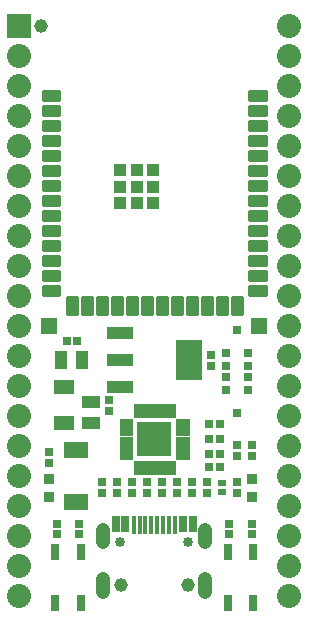
<source format=gts>
G75*
%MOIN*%
%OFA0B0*%
%FSLAX25Y25*%
%IPPOS*%
%LPD*%
%AMOC8*
5,1,8,0,0,1.08239X$1,22.5*
%
%ADD10R,0.08000X0.08000*%
%ADD11C,0.08000*%
%ADD12R,0.02962X0.05718*%
%ADD13R,0.01781X0.06309*%
%ADD14C,0.04734*%
%ADD15C,0.03356*%
%ADD16R,0.03159X0.05324*%
%ADD17R,0.09065X0.04340*%
%ADD18R,0.09065X0.13395*%
%ADD19R,0.03041X0.03041*%
%ADD20R,0.08080X0.05324*%
%ADD21R,0.06112X0.04143*%
%ADD22R,0.04143X0.06112*%
%ADD23R,0.03750X0.03750*%
%ADD24R,0.02569X0.02175*%
%ADD25R,0.02569X0.02962*%
%ADD26C,0.04537*%
%ADD27C,0.00912*%
%ADD28R,0.04143X0.04143*%
%ADD29R,0.05324X0.05324*%
%ADD30C,0.00122*%
%ADD31R,0.11624X0.11624*%
%ADD32R,0.06899X0.04537*%
D10*
X0009300Y0200050D03*
D11*
X0009300Y0010050D03*
X0009300Y0020050D03*
X0009300Y0030050D03*
X0009300Y0040050D03*
X0009300Y0050050D03*
X0009300Y0060050D03*
X0009300Y0070050D03*
X0009300Y0080050D03*
X0009300Y0090050D03*
X0009300Y0100050D03*
X0009300Y0110050D03*
X0009300Y0120050D03*
X0009300Y0130050D03*
X0009300Y0140050D03*
X0009300Y0150050D03*
X0009300Y0160050D03*
X0009300Y0170050D03*
X0009300Y0180050D03*
X0009300Y0190050D03*
X0099300Y0190050D03*
X0099300Y0180050D03*
X0099300Y0170050D03*
X0099300Y0160050D03*
X0099300Y0150050D03*
X0099300Y0140050D03*
X0099300Y0130050D03*
X0099300Y0120050D03*
X0099300Y0110050D03*
X0099300Y0100050D03*
X0099300Y0090050D03*
X0099300Y0080050D03*
X0099300Y0070050D03*
X0099300Y0060050D03*
X0099300Y0050050D03*
X0099300Y0040050D03*
X0099300Y0030050D03*
X0099300Y0020050D03*
X0099300Y0010050D03*
X0099300Y0200050D03*
D12*
X0067095Y0034066D03*
X0063946Y0034066D03*
X0044654Y0034066D03*
X0041505Y0034066D03*
D13*
X0047410Y0033770D03*
X0049379Y0033770D03*
X0051347Y0033770D03*
X0053316Y0033770D03*
X0055284Y0033770D03*
X0057253Y0033770D03*
X0059221Y0033770D03*
X0061190Y0033770D03*
D14*
X0071308Y0032235D02*
X0071308Y0028101D01*
X0071308Y0015778D02*
X0071308Y0011644D01*
X0037292Y0011644D02*
X0037292Y0015778D01*
X0037292Y0028101D02*
X0037292Y0032235D01*
D15*
X0042922Y0028081D03*
X0065678Y0028081D03*
D16*
X0078818Y0024765D03*
X0087282Y0024765D03*
X0087282Y0007835D03*
X0078818Y0007835D03*
X0029782Y0007835D03*
X0021318Y0007835D03*
X0021318Y0024765D03*
X0029782Y0024765D03*
D17*
X0042883Y0079745D03*
X0042883Y0088800D03*
X0042883Y0097855D03*
D18*
X0065717Y0088800D03*
D19*
X0073050Y0087028D03*
X0073050Y0090572D03*
X0078050Y0086822D03*
X0078050Y0083278D03*
X0085550Y0083278D03*
X0085550Y0086822D03*
X0076072Y0067550D03*
X0076072Y0062550D03*
X0076072Y0057550D03*
X0076072Y0053175D03*
X0072528Y0053175D03*
X0072528Y0057550D03*
X0072528Y0062550D03*
X0072528Y0067550D03*
X0081800Y0060572D03*
X0081800Y0057028D03*
X0086800Y0057028D03*
X0086800Y0060572D03*
X0081800Y0048072D03*
X0081800Y0044528D03*
X0079300Y0034322D03*
X0079300Y0030778D03*
X0086800Y0030778D03*
X0086800Y0034322D03*
X0071800Y0044528D03*
X0071800Y0048072D03*
X0066800Y0048072D03*
X0066800Y0044528D03*
X0061800Y0044528D03*
X0061800Y0048072D03*
X0056800Y0048072D03*
X0056800Y0044528D03*
X0051800Y0044528D03*
X0051800Y0048072D03*
X0046800Y0048072D03*
X0046800Y0044528D03*
X0041800Y0044528D03*
X0041800Y0048072D03*
X0036800Y0048072D03*
X0036800Y0044528D03*
X0029300Y0034322D03*
X0029300Y0030778D03*
X0021800Y0030778D03*
X0021800Y0034322D03*
X0019300Y0054528D03*
X0019300Y0058072D03*
X0025028Y0095050D03*
X0028572Y0095050D03*
X0039300Y0075572D03*
X0039300Y0072028D03*
D20*
X0028050Y0058711D03*
X0028050Y0041389D03*
D21*
X0033050Y0067757D03*
X0033050Y0074843D03*
D22*
X0030343Y0088800D03*
X0023257Y0088800D03*
D23*
X0019300Y0049253D03*
X0019300Y0043347D03*
X0086800Y0043347D03*
X0086800Y0049253D03*
D24*
X0076800Y0047875D03*
X0076800Y0044725D03*
D25*
X0081800Y0071113D03*
X0078060Y0078987D03*
X0078060Y0091113D03*
X0081800Y0098987D03*
X0085540Y0091113D03*
X0085540Y0078987D03*
D26*
X0065550Y0013800D03*
X0043050Y0013800D03*
X0016644Y0200050D03*
D27*
X0017054Y0175394D02*
X0022648Y0175394D01*
X0017054Y0175394D02*
X0017054Y0178624D01*
X0022648Y0178624D01*
X0022648Y0175394D01*
X0022648Y0176305D02*
X0017054Y0176305D01*
X0017054Y0177216D02*
X0022648Y0177216D01*
X0022648Y0178127D02*
X0017054Y0178127D01*
X0017054Y0170394D02*
X0022648Y0170394D01*
X0017054Y0170394D02*
X0017054Y0173624D01*
X0022648Y0173624D01*
X0022648Y0170394D01*
X0022648Y0171305D02*
X0017054Y0171305D01*
X0017054Y0172216D02*
X0022648Y0172216D01*
X0022648Y0173127D02*
X0017054Y0173127D01*
X0017054Y0165394D02*
X0022648Y0165394D01*
X0017054Y0165394D02*
X0017054Y0168624D01*
X0022648Y0168624D01*
X0022648Y0165394D01*
X0022648Y0166305D02*
X0017054Y0166305D01*
X0017054Y0167216D02*
X0022648Y0167216D01*
X0022648Y0168127D02*
X0017054Y0168127D01*
X0017054Y0160394D02*
X0022648Y0160394D01*
X0017054Y0160394D02*
X0017054Y0163624D01*
X0022648Y0163624D01*
X0022648Y0160394D01*
X0022648Y0161305D02*
X0017054Y0161305D01*
X0017054Y0162216D02*
X0022648Y0162216D01*
X0022648Y0163127D02*
X0017054Y0163127D01*
X0017054Y0155394D02*
X0022648Y0155394D01*
X0017054Y0155394D02*
X0017054Y0158624D01*
X0022648Y0158624D01*
X0022648Y0155394D01*
X0022648Y0156305D02*
X0017054Y0156305D01*
X0017054Y0157216D02*
X0022648Y0157216D01*
X0022648Y0158127D02*
X0017054Y0158127D01*
X0017054Y0150394D02*
X0022648Y0150394D01*
X0017054Y0150394D02*
X0017054Y0153624D01*
X0022648Y0153624D01*
X0022648Y0150394D01*
X0022648Y0151305D02*
X0017054Y0151305D01*
X0017054Y0152216D02*
X0022648Y0152216D01*
X0022648Y0153127D02*
X0017054Y0153127D01*
X0017054Y0145394D02*
X0022648Y0145394D01*
X0017054Y0145394D02*
X0017054Y0148624D01*
X0022648Y0148624D01*
X0022648Y0145394D01*
X0022648Y0146305D02*
X0017054Y0146305D01*
X0017054Y0147216D02*
X0022648Y0147216D01*
X0022648Y0148127D02*
X0017054Y0148127D01*
X0017054Y0140394D02*
X0022648Y0140394D01*
X0017054Y0140394D02*
X0017054Y0143624D01*
X0022648Y0143624D01*
X0022648Y0140394D01*
X0022648Y0141305D02*
X0017054Y0141305D01*
X0017054Y0142216D02*
X0022648Y0142216D01*
X0022648Y0143127D02*
X0017054Y0143127D01*
X0017054Y0135394D02*
X0022648Y0135394D01*
X0017054Y0135394D02*
X0017054Y0138624D01*
X0022648Y0138624D01*
X0022648Y0135394D01*
X0022648Y0136305D02*
X0017054Y0136305D01*
X0017054Y0137216D02*
X0022648Y0137216D01*
X0022648Y0138127D02*
X0017054Y0138127D01*
X0017054Y0130394D02*
X0022648Y0130394D01*
X0017054Y0130394D02*
X0017054Y0133624D01*
X0022648Y0133624D01*
X0022648Y0130394D01*
X0022648Y0131305D02*
X0017054Y0131305D01*
X0017054Y0132216D02*
X0022648Y0132216D01*
X0022648Y0133127D02*
X0017054Y0133127D01*
X0017054Y0125394D02*
X0022648Y0125394D01*
X0017054Y0125394D02*
X0017054Y0128624D01*
X0022648Y0128624D01*
X0022648Y0125394D01*
X0022648Y0126305D02*
X0017054Y0126305D01*
X0017054Y0127216D02*
X0022648Y0127216D01*
X0022648Y0128127D02*
X0017054Y0128127D01*
X0017054Y0120394D02*
X0022648Y0120394D01*
X0017054Y0120394D02*
X0017054Y0123624D01*
X0022648Y0123624D01*
X0022648Y0120394D01*
X0022648Y0121305D02*
X0017054Y0121305D01*
X0017054Y0122216D02*
X0022648Y0122216D01*
X0022648Y0123127D02*
X0017054Y0123127D01*
X0017054Y0115394D02*
X0022648Y0115394D01*
X0017054Y0115394D02*
X0017054Y0118624D01*
X0022648Y0118624D01*
X0022648Y0115394D01*
X0022648Y0116305D02*
X0017054Y0116305D01*
X0017054Y0117216D02*
X0022648Y0117216D01*
X0022648Y0118127D02*
X0017054Y0118127D01*
X0017054Y0110394D02*
X0022648Y0110394D01*
X0017054Y0110394D02*
X0017054Y0113624D01*
X0022648Y0113624D01*
X0022648Y0110394D01*
X0022648Y0111305D02*
X0017054Y0111305D01*
X0017054Y0112216D02*
X0022648Y0112216D01*
X0022648Y0113127D02*
X0017054Y0113127D01*
X0028415Y0109884D02*
X0028415Y0104290D01*
X0025185Y0104290D01*
X0025185Y0109884D01*
X0028415Y0109884D01*
X0028415Y0105201D02*
X0025185Y0105201D01*
X0025185Y0106112D02*
X0028415Y0106112D01*
X0028415Y0107023D02*
X0025185Y0107023D01*
X0025185Y0107934D02*
X0028415Y0107934D01*
X0028415Y0108845D02*
X0025185Y0108845D01*
X0025185Y0109756D02*
X0028415Y0109756D01*
X0033415Y0109884D02*
X0033415Y0104290D01*
X0030185Y0104290D01*
X0030185Y0109884D01*
X0033415Y0109884D01*
X0033415Y0105201D02*
X0030185Y0105201D01*
X0030185Y0106112D02*
X0033415Y0106112D01*
X0033415Y0107023D02*
X0030185Y0107023D01*
X0030185Y0107934D02*
X0033415Y0107934D01*
X0033415Y0108845D02*
X0030185Y0108845D01*
X0030185Y0109756D02*
X0033415Y0109756D01*
X0038415Y0109884D02*
X0038415Y0104290D01*
X0035185Y0104290D01*
X0035185Y0109884D01*
X0038415Y0109884D01*
X0038415Y0105201D02*
X0035185Y0105201D01*
X0035185Y0106112D02*
X0038415Y0106112D01*
X0038415Y0107023D02*
X0035185Y0107023D01*
X0035185Y0107934D02*
X0038415Y0107934D01*
X0038415Y0108845D02*
X0035185Y0108845D01*
X0035185Y0109756D02*
X0038415Y0109756D01*
X0043415Y0109884D02*
X0043415Y0104290D01*
X0040185Y0104290D01*
X0040185Y0109884D01*
X0043415Y0109884D01*
X0043415Y0105201D02*
X0040185Y0105201D01*
X0040185Y0106112D02*
X0043415Y0106112D01*
X0043415Y0107023D02*
X0040185Y0107023D01*
X0040185Y0107934D02*
X0043415Y0107934D01*
X0043415Y0108845D02*
X0040185Y0108845D01*
X0040185Y0109756D02*
X0043415Y0109756D01*
X0048415Y0109884D02*
X0048415Y0104290D01*
X0045185Y0104290D01*
X0045185Y0109884D01*
X0048415Y0109884D01*
X0048415Y0105201D02*
X0045185Y0105201D01*
X0045185Y0106112D02*
X0048415Y0106112D01*
X0048415Y0107023D02*
X0045185Y0107023D01*
X0045185Y0107934D02*
X0048415Y0107934D01*
X0048415Y0108845D02*
X0045185Y0108845D01*
X0045185Y0109756D02*
X0048415Y0109756D01*
X0053415Y0109884D02*
X0053415Y0104290D01*
X0050185Y0104290D01*
X0050185Y0109884D01*
X0053415Y0109884D01*
X0053415Y0105201D02*
X0050185Y0105201D01*
X0050185Y0106112D02*
X0053415Y0106112D01*
X0053415Y0107023D02*
X0050185Y0107023D01*
X0050185Y0107934D02*
X0053415Y0107934D01*
X0053415Y0108845D02*
X0050185Y0108845D01*
X0050185Y0109756D02*
X0053415Y0109756D01*
X0058415Y0109884D02*
X0058415Y0104290D01*
X0055185Y0104290D01*
X0055185Y0109884D01*
X0058415Y0109884D01*
X0058415Y0105201D02*
X0055185Y0105201D01*
X0055185Y0106112D02*
X0058415Y0106112D01*
X0058415Y0107023D02*
X0055185Y0107023D01*
X0055185Y0107934D02*
X0058415Y0107934D01*
X0058415Y0108845D02*
X0055185Y0108845D01*
X0055185Y0109756D02*
X0058415Y0109756D01*
X0063415Y0109884D02*
X0063415Y0104290D01*
X0060185Y0104290D01*
X0060185Y0109884D01*
X0063415Y0109884D01*
X0063415Y0105201D02*
X0060185Y0105201D01*
X0060185Y0106112D02*
X0063415Y0106112D01*
X0063415Y0107023D02*
X0060185Y0107023D01*
X0060185Y0107934D02*
X0063415Y0107934D01*
X0063415Y0108845D02*
X0060185Y0108845D01*
X0060185Y0109756D02*
X0063415Y0109756D01*
X0068415Y0109884D02*
X0068415Y0104290D01*
X0065185Y0104290D01*
X0065185Y0109884D01*
X0068415Y0109884D01*
X0068415Y0105201D02*
X0065185Y0105201D01*
X0065185Y0106112D02*
X0068415Y0106112D01*
X0068415Y0107023D02*
X0065185Y0107023D01*
X0065185Y0107934D02*
X0068415Y0107934D01*
X0068415Y0108845D02*
X0065185Y0108845D01*
X0065185Y0109756D02*
X0068415Y0109756D01*
X0073415Y0109884D02*
X0073415Y0104290D01*
X0070185Y0104290D01*
X0070185Y0109884D01*
X0073415Y0109884D01*
X0073415Y0105201D02*
X0070185Y0105201D01*
X0070185Y0106112D02*
X0073415Y0106112D01*
X0073415Y0107023D02*
X0070185Y0107023D01*
X0070185Y0107934D02*
X0073415Y0107934D01*
X0073415Y0108845D02*
X0070185Y0108845D01*
X0070185Y0109756D02*
X0073415Y0109756D01*
X0078415Y0109884D02*
X0078415Y0104290D01*
X0075185Y0104290D01*
X0075185Y0109884D01*
X0078415Y0109884D01*
X0078415Y0105201D02*
X0075185Y0105201D01*
X0075185Y0106112D02*
X0078415Y0106112D01*
X0078415Y0107023D02*
X0075185Y0107023D01*
X0075185Y0107934D02*
X0078415Y0107934D01*
X0078415Y0108845D02*
X0075185Y0108845D01*
X0075185Y0109756D02*
X0078415Y0109756D01*
X0083415Y0109884D02*
X0083415Y0104290D01*
X0080185Y0104290D01*
X0080185Y0109884D01*
X0083415Y0109884D01*
X0083415Y0105201D02*
X0080185Y0105201D01*
X0080185Y0106112D02*
X0083415Y0106112D01*
X0083415Y0107023D02*
X0080185Y0107023D01*
X0080185Y0107934D02*
X0083415Y0107934D01*
X0083415Y0108845D02*
X0080185Y0108845D01*
X0080185Y0109756D02*
X0083415Y0109756D01*
X0085952Y0113624D02*
X0091546Y0113624D01*
X0091546Y0110394D01*
X0085952Y0110394D01*
X0085952Y0113624D01*
X0085952Y0111305D02*
X0091546Y0111305D01*
X0091546Y0112216D02*
X0085952Y0112216D01*
X0085952Y0113127D02*
X0091546Y0113127D01*
X0091546Y0118624D02*
X0085952Y0118624D01*
X0091546Y0118624D02*
X0091546Y0115394D01*
X0085952Y0115394D01*
X0085952Y0118624D01*
X0085952Y0116305D02*
X0091546Y0116305D01*
X0091546Y0117216D02*
X0085952Y0117216D01*
X0085952Y0118127D02*
X0091546Y0118127D01*
X0091546Y0123624D02*
X0085952Y0123624D01*
X0091546Y0123624D02*
X0091546Y0120394D01*
X0085952Y0120394D01*
X0085952Y0123624D01*
X0085952Y0121305D02*
X0091546Y0121305D01*
X0091546Y0122216D02*
X0085952Y0122216D01*
X0085952Y0123127D02*
X0091546Y0123127D01*
X0091546Y0128624D02*
X0085952Y0128624D01*
X0091546Y0128624D02*
X0091546Y0125394D01*
X0085952Y0125394D01*
X0085952Y0128624D01*
X0085952Y0126305D02*
X0091546Y0126305D01*
X0091546Y0127216D02*
X0085952Y0127216D01*
X0085952Y0128127D02*
X0091546Y0128127D01*
X0091546Y0133624D02*
X0085952Y0133624D01*
X0091546Y0133624D02*
X0091546Y0130394D01*
X0085952Y0130394D01*
X0085952Y0133624D01*
X0085952Y0131305D02*
X0091546Y0131305D01*
X0091546Y0132216D02*
X0085952Y0132216D01*
X0085952Y0133127D02*
X0091546Y0133127D01*
X0091546Y0138624D02*
X0085952Y0138624D01*
X0091546Y0138624D02*
X0091546Y0135394D01*
X0085952Y0135394D01*
X0085952Y0138624D01*
X0085952Y0136305D02*
X0091546Y0136305D01*
X0091546Y0137216D02*
X0085952Y0137216D01*
X0085952Y0138127D02*
X0091546Y0138127D01*
X0091546Y0143624D02*
X0085952Y0143624D01*
X0091546Y0143624D02*
X0091546Y0140394D01*
X0085952Y0140394D01*
X0085952Y0143624D01*
X0085952Y0141305D02*
X0091546Y0141305D01*
X0091546Y0142216D02*
X0085952Y0142216D01*
X0085952Y0143127D02*
X0091546Y0143127D01*
X0091546Y0148624D02*
X0085952Y0148624D01*
X0091546Y0148624D02*
X0091546Y0145394D01*
X0085952Y0145394D01*
X0085952Y0148624D01*
X0085952Y0146305D02*
X0091546Y0146305D01*
X0091546Y0147216D02*
X0085952Y0147216D01*
X0085952Y0148127D02*
X0091546Y0148127D01*
X0091546Y0153624D02*
X0085952Y0153624D01*
X0091546Y0153624D02*
X0091546Y0150394D01*
X0085952Y0150394D01*
X0085952Y0153624D01*
X0085952Y0151305D02*
X0091546Y0151305D01*
X0091546Y0152216D02*
X0085952Y0152216D01*
X0085952Y0153127D02*
X0091546Y0153127D01*
X0091546Y0158624D02*
X0085952Y0158624D01*
X0091546Y0158624D02*
X0091546Y0155394D01*
X0085952Y0155394D01*
X0085952Y0158624D01*
X0085952Y0156305D02*
X0091546Y0156305D01*
X0091546Y0157216D02*
X0085952Y0157216D01*
X0085952Y0158127D02*
X0091546Y0158127D01*
X0091546Y0163624D02*
X0085952Y0163624D01*
X0091546Y0163624D02*
X0091546Y0160394D01*
X0085952Y0160394D01*
X0085952Y0163624D01*
X0085952Y0161305D02*
X0091546Y0161305D01*
X0091546Y0162216D02*
X0085952Y0162216D01*
X0085952Y0163127D02*
X0091546Y0163127D01*
X0091546Y0168624D02*
X0085952Y0168624D01*
X0091546Y0168624D02*
X0091546Y0165394D01*
X0085952Y0165394D01*
X0085952Y0168624D01*
X0085952Y0166305D02*
X0091546Y0166305D01*
X0091546Y0167216D02*
X0085952Y0167216D01*
X0085952Y0168127D02*
X0091546Y0168127D01*
X0091546Y0173624D02*
X0085952Y0173624D01*
X0091546Y0173624D02*
X0091546Y0170394D01*
X0085952Y0170394D01*
X0085952Y0173624D01*
X0085952Y0171305D02*
X0091546Y0171305D01*
X0091546Y0172216D02*
X0085952Y0172216D01*
X0085952Y0173127D02*
X0091546Y0173127D01*
X0091546Y0178624D02*
X0085952Y0178624D01*
X0091546Y0178624D02*
X0091546Y0175394D01*
X0085952Y0175394D01*
X0085952Y0178624D01*
X0085952Y0176305D02*
X0091546Y0176305D01*
X0091546Y0177216D02*
X0085952Y0177216D01*
X0085952Y0178127D02*
X0091546Y0178127D01*
D28*
X0053906Y0152127D03*
X0053906Y0146615D03*
X0053906Y0141103D03*
X0048394Y0141103D03*
X0048394Y0146615D03*
X0048394Y0152127D03*
X0042883Y0152127D03*
X0042883Y0146615D03*
X0042883Y0141103D03*
D29*
X0019300Y0100050D03*
X0089300Y0100050D03*
D30*
X0065858Y0069266D02*
X0061640Y0069266D01*
X0065858Y0069266D02*
X0065858Y0067646D01*
X0061640Y0067646D01*
X0061640Y0069266D01*
X0061640Y0067767D02*
X0065858Y0067767D01*
X0065858Y0067888D02*
X0061640Y0067888D01*
X0061640Y0068009D02*
X0065858Y0068009D01*
X0065858Y0068130D02*
X0061640Y0068130D01*
X0061640Y0068251D02*
X0065858Y0068251D01*
X0065858Y0068372D02*
X0061640Y0068372D01*
X0061640Y0068493D02*
X0065858Y0068493D01*
X0065858Y0068614D02*
X0061640Y0068614D01*
X0061640Y0068735D02*
X0065858Y0068735D01*
X0065858Y0068856D02*
X0061640Y0068856D01*
X0061640Y0068977D02*
X0065858Y0068977D01*
X0065858Y0069098D02*
X0061640Y0069098D01*
X0061640Y0069219D02*
X0065858Y0069219D01*
X0065858Y0067297D02*
X0061640Y0067297D01*
X0065858Y0067297D02*
X0065858Y0065677D01*
X0061640Y0065677D01*
X0061640Y0067297D01*
X0061640Y0065798D02*
X0065858Y0065798D01*
X0065858Y0065919D02*
X0061640Y0065919D01*
X0061640Y0066040D02*
X0065858Y0066040D01*
X0065858Y0066161D02*
X0061640Y0066161D01*
X0061640Y0066282D02*
X0065858Y0066282D01*
X0065858Y0066403D02*
X0061640Y0066403D01*
X0061640Y0066524D02*
X0065858Y0066524D01*
X0065858Y0066645D02*
X0061640Y0066645D01*
X0061640Y0066766D02*
X0065858Y0066766D01*
X0065858Y0066887D02*
X0061640Y0066887D01*
X0061640Y0067008D02*
X0065858Y0067008D01*
X0065858Y0067129D02*
X0061640Y0067129D01*
X0061640Y0067250D02*
X0065858Y0067250D01*
X0065858Y0065329D02*
X0061640Y0065329D01*
X0065858Y0065329D02*
X0065858Y0063709D01*
X0061640Y0063709D01*
X0061640Y0065329D01*
X0061640Y0063830D02*
X0065858Y0063830D01*
X0065858Y0063951D02*
X0061640Y0063951D01*
X0061640Y0064072D02*
X0065858Y0064072D01*
X0065858Y0064193D02*
X0061640Y0064193D01*
X0061640Y0064314D02*
X0065858Y0064314D01*
X0065858Y0064435D02*
X0061640Y0064435D01*
X0061640Y0064556D02*
X0065858Y0064556D01*
X0065858Y0064677D02*
X0061640Y0064677D01*
X0061640Y0064798D02*
X0065858Y0064798D01*
X0065858Y0064919D02*
X0061640Y0064919D01*
X0061640Y0065040D02*
X0065858Y0065040D01*
X0065858Y0065161D02*
X0061640Y0065161D01*
X0061640Y0065282D02*
X0065858Y0065282D01*
X0065858Y0063360D02*
X0061640Y0063360D01*
X0065858Y0063360D02*
X0065858Y0061740D01*
X0061640Y0061740D01*
X0061640Y0063360D01*
X0061640Y0061861D02*
X0065858Y0061861D01*
X0065858Y0061982D02*
X0061640Y0061982D01*
X0061640Y0062103D02*
X0065858Y0062103D01*
X0065858Y0062224D02*
X0061640Y0062224D01*
X0061640Y0062345D02*
X0065858Y0062345D01*
X0065858Y0062466D02*
X0061640Y0062466D01*
X0061640Y0062587D02*
X0065858Y0062587D01*
X0065858Y0062708D02*
X0061640Y0062708D01*
X0061640Y0062829D02*
X0065858Y0062829D01*
X0065858Y0062950D02*
X0061640Y0062950D01*
X0061640Y0063071D02*
X0065858Y0063071D01*
X0065858Y0063192D02*
X0061640Y0063192D01*
X0061640Y0063313D02*
X0065858Y0063313D01*
X0065858Y0061391D02*
X0061640Y0061391D01*
X0065858Y0061391D02*
X0065858Y0059771D01*
X0061640Y0059771D01*
X0061640Y0061391D01*
X0061640Y0059892D02*
X0065858Y0059892D01*
X0065858Y0060013D02*
X0061640Y0060013D01*
X0061640Y0060134D02*
X0065858Y0060134D01*
X0065858Y0060255D02*
X0061640Y0060255D01*
X0061640Y0060376D02*
X0065858Y0060376D01*
X0065858Y0060497D02*
X0061640Y0060497D01*
X0061640Y0060618D02*
X0065858Y0060618D01*
X0065858Y0060739D02*
X0061640Y0060739D01*
X0061640Y0060860D02*
X0065858Y0060860D01*
X0065858Y0060981D02*
X0061640Y0060981D01*
X0061640Y0061102D02*
X0065858Y0061102D01*
X0065858Y0061223D02*
X0061640Y0061223D01*
X0061640Y0061344D02*
X0065858Y0061344D01*
X0065858Y0059423D02*
X0061640Y0059423D01*
X0065858Y0059423D02*
X0065858Y0057803D01*
X0061640Y0057803D01*
X0061640Y0059423D01*
X0061640Y0057924D02*
X0065858Y0057924D01*
X0065858Y0058045D02*
X0061640Y0058045D01*
X0061640Y0058166D02*
X0065858Y0058166D01*
X0065858Y0058287D02*
X0061640Y0058287D01*
X0061640Y0058408D02*
X0065858Y0058408D01*
X0065858Y0058529D02*
X0061640Y0058529D01*
X0061640Y0058650D02*
X0065858Y0058650D01*
X0065858Y0058771D02*
X0061640Y0058771D01*
X0061640Y0058892D02*
X0065858Y0058892D01*
X0065858Y0059013D02*
X0061640Y0059013D01*
X0061640Y0059134D02*
X0065858Y0059134D01*
X0065858Y0059255D02*
X0061640Y0059255D01*
X0061640Y0059376D02*
X0065858Y0059376D01*
X0065858Y0057454D02*
X0061640Y0057454D01*
X0065858Y0057454D02*
X0065858Y0055834D01*
X0061640Y0055834D01*
X0061640Y0057454D01*
X0061640Y0055955D02*
X0065858Y0055955D01*
X0065858Y0056076D02*
X0061640Y0056076D01*
X0061640Y0056197D02*
X0065858Y0056197D01*
X0065858Y0056318D02*
X0061640Y0056318D01*
X0061640Y0056439D02*
X0065858Y0056439D01*
X0065858Y0056560D02*
X0061640Y0056560D01*
X0061640Y0056681D02*
X0065858Y0056681D01*
X0065858Y0056802D02*
X0061640Y0056802D01*
X0061640Y0056923D02*
X0065858Y0056923D01*
X0065858Y0057044D02*
X0061640Y0057044D01*
X0061640Y0057165D02*
X0065858Y0057165D01*
X0065858Y0057286D02*
X0061640Y0057286D01*
X0061640Y0057407D02*
X0065858Y0057407D01*
X0061016Y0055210D02*
X0061016Y0050992D01*
X0059396Y0050992D01*
X0059396Y0055210D01*
X0061016Y0055210D01*
X0061016Y0051113D02*
X0059396Y0051113D01*
X0059396Y0051234D02*
X0061016Y0051234D01*
X0061016Y0051355D02*
X0059396Y0051355D01*
X0059396Y0051476D02*
X0061016Y0051476D01*
X0061016Y0051597D02*
X0059396Y0051597D01*
X0059396Y0051718D02*
X0061016Y0051718D01*
X0061016Y0051839D02*
X0059396Y0051839D01*
X0059396Y0051960D02*
X0061016Y0051960D01*
X0061016Y0052081D02*
X0059396Y0052081D01*
X0059396Y0052202D02*
X0061016Y0052202D01*
X0061016Y0052323D02*
X0059396Y0052323D01*
X0059396Y0052444D02*
X0061016Y0052444D01*
X0061016Y0052565D02*
X0059396Y0052565D01*
X0059396Y0052686D02*
X0061016Y0052686D01*
X0061016Y0052807D02*
X0059396Y0052807D01*
X0059396Y0052928D02*
X0061016Y0052928D01*
X0061016Y0053049D02*
X0059396Y0053049D01*
X0059396Y0053170D02*
X0061016Y0053170D01*
X0061016Y0053291D02*
X0059396Y0053291D01*
X0059396Y0053412D02*
X0061016Y0053412D01*
X0061016Y0053533D02*
X0059396Y0053533D01*
X0059396Y0053654D02*
X0061016Y0053654D01*
X0061016Y0053775D02*
X0059396Y0053775D01*
X0059396Y0053896D02*
X0061016Y0053896D01*
X0061016Y0054017D02*
X0059396Y0054017D01*
X0059396Y0054138D02*
X0061016Y0054138D01*
X0061016Y0054259D02*
X0059396Y0054259D01*
X0059396Y0054380D02*
X0061016Y0054380D01*
X0061016Y0054501D02*
X0059396Y0054501D01*
X0059396Y0054622D02*
X0061016Y0054622D01*
X0061016Y0054743D02*
X0059396Y0054743D01*
X0059396Y0054864D02*
X0061016Y0054864D01*
X0061016Y0054985D02*
X0059396Y0054985D01*
X0059396Y0055106D02*
X0061016Y0055106D01*
X0059047Y0055210D02*
X0059047Y0050992D01*
X0057427Y0050992D01*
X0057427Y0055210D01*
X0059047Y0055210D01*
X0059047Y0051113D02*
X0057427Y0051113D01*
X0057427Y0051234D02*
X0059047Y0051234D01*
X0059047Y0051355D02*
X0057427Y0051355D01*
X0057427Y0051476D02*
X0059047Y0051476D01*
X0059047Y0051597D02*
X0057427Y0051597D01*
X0057427Y0051718D02*
X0059047Y0051718D01*
X0059047Y0051839D02*
X0057427Y0051839D01*
X0057427Y0051960D02*
X0059047Y0051960D01*
X0059047Y0052081D02*
X0057427Y0052081D01*
X0057427Y0052202D02*
X0059047Y0052202D01*
X0059047Y0052323D02*
X0057427Y0052323D01*
X0057427Y0052444D02*
X0059047Y0052444D01*
X0059047Y0052565D02*
X0057427Y0052565D01*
X0057427Y0052686D02*
X0059047Y0052686D01*
X0059047Y0052807D02*
X0057427Y0052807D01*
X0057427Y0052928D02*
X0059047Y0052928D01*
X0059047Y0053049D02*
X0057427Y0053049D01*
X0057427Y0053170D02*
X0059047Y0053170D01*
X0059047Y0053291D02*
X0057427Y0053291D01*
X0057427Y0053412D02*
X0059047Y0053412D01*
X0059047Y0053533D02*
X0057427Y0053533D01*
X0057427Y0053654D02*
X0059047Y0053654D01*
X0059047Y0053775D02*
X0057427Y0053775D01*
X0057427Y0053896D02*
X0059047Y0053896D01*
X0059047Y0054017D02*
X0057427Y0054017D01*
X0057427Y0054138D02*
X0059047Y0054138D01*
X0059047Y0054259D02*
X0057427Y0054259D01*
X0057427Y0054380D02*
X0059047Y0054380D01*
X0059047Y0054501D02*
X0057427Y0054501D01*
X0057427Y0054622D02*
X0059047Y0054622D01*
X0059047Y0054743D02*
X0057427Y0054743D01*
X0057427Y0054864D02*
X0059047Y0054864D01*
X0059047Y0054985D02*
X0057427Y0054985D01*
X0057427Y0055106D02*
X0059047Y0055106D01*
X0057079Y0055210D02*
X0057079Y0050992D01*
X0055459Y0050992D01*
X0055459Y0055210D01*
X0057079Y0055210D01*
X0057079Y0051113D02*
X0055459Y0051113D01*
X0055459Y0051234D02*
X0057079Y0051234D01*
X0057079Y0051355D02*
X0055459Y0051355D01*
X0055459Y0051476D02*
X0057079Y0051476D01*
X0057079Y0051597D02*
X0055459Y0051597D01*
X0055459Y0051718D02*
X0057079Y0051718D01*
X0057079Y0051839D02*
X0055459Y0051839D01*
X0055459Y0051960D02*
X0057079Y0051960D01*
X0057079Y0052081D02*
X0055459Y0052081D01*
X0055459Y0052202D02*
X0057079Y0052202D01*
X0057079Y0052323D02*
X0055459Y0052323D01*
X0055459Y0052444D02*
X0057079Y0052444D01*
X0057079Y0052565D02*
X0055459Y0052565D01*
X0055459Y0052686D02*
X0057079Y0052686D01*
X0057079Y0052807D02*
X0055459Y0052807D01*
X0055459Y0052928D02*
X0057079Y0052928D01*
X0057079Y0053049D02*
X0055459Y0053049D01*
X0055459Y0053170D02*
X0057079Y0053170D01*
X0057079Y0053291D02*
X0055459Y0053291D01*
X0055459Y0053412D02*
X0057079Y0053412D01*
X0057079Y0053533D02*
X0055459Y0053533D01*
X0055459Y0053654D02*
X0057079Y0053654D01*
X0057079Y0053775D02*
X0055459Y0053775D01*
X0055459Y0053896D02*
X0057079Y0053896D01*
X0057079Y0054017D02*
X0055459Y0054017D01*
X0055459Y0054138D02*
X0057079Y0054138D01*
X0057079Y0054259D02*
X0055459Y0054259D01*
X0055459Y0054380D02*
X0057079Y0054380D01*
X0057079Y0054501D02*
X0055459Y0054501D01*
X0055459Y0054622D02*
X0057079Y0054622D01*
X0057079Y0054743D02*
X0055459Y0054743D01*
X0055459Y0054864D02*
X0057079Y0054864D01*
X0057079Y0054985D02*
X0055459Y0054985D01*
X0055459Y0055106D02*
X0057079Y0055106D01*
X0055110Y0055210D02*
X0055110Y0050992D01*
X0053490Y0050992D01*
X0053490Y0055210D01*
X0055110Y0055210D01*
X0055110Y0051113D02*
X0053490Y0051113D01*
X0053490Y0051234D02*
X0055110Y0051234D01*
X0055110Y0051355D02*
X0053490Y0051355D01*
X0053490Y0051476D02*
X0055110Y0051476D01*
X0055110Y0051597D02*
X0053490Y0051597D01*
X0053490Y0051718D02*
X0055110Y0051718D01*
X0055110Y0051839D02*
X0053490Y0051839D01*
X0053490Y0051960D02*
X0055110Y0051960D01*
X0055110Y0052081D02*
X0053490Y0052081D01*
X0053490Y0052202D02*
X0055110Y0052202D01*
X0055110Y0052323D02*
X0053490Y0052323D01*
X0053490Y0052444D02*
X0055110Y0052444D01*
X0055110Y0052565D02*
X0053490Y0052565D01*
X0053490Y0052686D02*
X0055110Y0052686D01*
X0055110Y0052807D02*
X0053490Y0052807D01*
X0053490Y0052928D02*
X0055110Y0052928D01*
X0055110Y0053049D02*
X0053490Y0053049D01*
X0053490Y0053170D02*
X0055110Y0053170D01*
X0055110Y0053291D02*
X0053490Y0053291D01*
X0053490Y0053412D02*
X0055110Y0053412D01*
X0055110Y0053533D02*
X0053490Y0053533D01*
X0053490Y0053654D02*
X0055110Y0053654D01*
X0055110Y0053775D02*
X0053490Y0053775D01*
X0053490Y0053896D02*
X0055110Y0053896D01*
X0055110Y0054017D02*
X0053490Y0054017D01*
X0053490Y0054138D02*
X0055110Y0054138D01*
X0055110Y0054259D02*
X0053490Y0054259D01*
X0053490Y0054380D02*
X0055110Y0054380D01*
X0055110Y0054501D02*
X0053490Y0054501D01*
X0053490Y0054622D02*
X0055110Y0054622D01*
X0055110Y0054743D02*
X0053490Y0054743D01*
X0053490Y0054864D02*
X0055110Y0054864D01*
X0055110Y0054985D02*
X0053490Y0054985D01*
X0053490Y0055106D02*
X0055110Y0055106D01*
X0053141Y0055210D02*
X0053141Y0050992D01*
X0051521Y0050992D01*
X0051521Y0055210D01*
X0053141Y0055210D01*
X0053141Y0051113D02*
X0051521Y0051113D01*
X0051521Y0051234D02*
X0053141Y0051234D01*
X0053141Y0051355D02*
X0051521Y0051355D01*
X0051521Y0051476D02*
X0053141Y0051476D01*
X0053141Y0051597D02*
X0051521Y0051597D01*
X0051521Y0051718D02*
X0053141Y0051718D01*
X0053141Y0051839D02*
X0051521Y0051839D01*
X0051521Y0051960D02*
X0053141Y0051960D01*
X0053141Y0052081D02*
X0051521Y0052081D01*
X0051521Y0052202D02*
X0053141Y0052202D01*
X0053141Y0052323D02*
X0051521Y0052323D01*
X0051521Y0052444D02*
X0053141Y0052444D01*
X0053141Y0052565D02*
X0051521Y0052565D01*
X0051521Y0052686D02*
X0053141Y0052686D01*
X0053141Y0052807D02*
X0051521Y0052807D01*
X0051521Y0052928D02*
X0053141Y0052928D01*
X0053141Y0053049D02*
X0051521Y0053049D01*
X0051521Y0053170D02*
X0053141Y0053170D01*
X0053141Y0053291D02*
X0051521Y0053291D01*
X0051521Y0053412D02*
X0053141Y0053412D01*
X0053141Y0053533D02*
X0051521Y0053533D01*
X0051521Y0053654D02*
X0053141Y0053654D01*
X0053141Y0053775D02*
X0051521Y0053775D01*
X0051521Y0053896D02*
X0053141Y0053896D01*
X0053141Y0054017D02*
X0051521Y0054017D01*
X0051521Y0054138D02*
X0053141Y0054138D01*
X0053141Y0054259D02*
X0051521Y0054259D01*
X0051521Y0054380D02*
X0053141Y0054380D01*
X0053141Y0054501D02*
X0051521Y0054501D01*
X0051521Y0054622D02*
X0053141Y0054622D01*
X0053141Y0054743D02*
X0051521Y0054743D01*
X0051521Y0054864D02*
X0053141Y0054864D01*
X0053141Y0054985D02*
X0051521Y0054985D01*
X0051521Y0055106D02*
X0053141Y0055106D01*
X0051173Y0055210D02*
X0051173Y0050992D01*
X0049553Y0050992D01*
X0049553Y0055210D01*
X0051173Y0055210D01*
X0051173Y0051113D02*
X0049553Y0051113D01*
X0049553Y0051234D02*
X0051173Y0051234D01*
X0051173Y0051355D02*
X0049553Y0051355D01*
X0049553Y0051476D02*
X0051173Y0051476D01*
X0051173Y0051597D02*
X0049553Y0051597D01*
X0049553Y0051718D02*
X0051173Y0051718D01*
X0051173Y0051839D02*
X0049553Y0051839D01*
X0049553Y0051960D02*
X0051173Y0051960D01*
X0051173Y0052081D02*
X0049553Y0052081D01*
X0049553Y0052202D02*
X0051173Y0052202D01*
X0051173Y0052323D02*
X0049553Y0052323D01*
X0049553Y0052444D02*
X0051173Y0052444D01*
X0051173Y0052565D02*
X0049553Y0052565D01*
X0049553Y0052686D02*
X0051173Y0052686D01*
X0051173Y0052807D02*
X0049553Y0052807D01*
X0049553Y0052928D02*
X0051173Y0052928D01*
X0051173Y0053049D02*
X0049553Y0053049D01*
X0049553Y0053170D02*
X0051173Y0053170D01*
X0051173Y0053291D02*
X0049553Y0053291D01*
X0049553Y0053412D02*
X0051173Y0053412D01*
X0051173Y0053533D02*
X0049553Y0053533D01*
X0049553Y0053654D02*
X0051173Y0053654D01*
X0051173Y0053775D02*
X0049553Y0053775D01*
X0049553Y0053896D02*
X0051173Y0053896D01*
X0051173Y0054017D02*
X0049553Y0054017D01*
X0049553Y0054138D02*
X0051173Y0054138D01*
X0051173Y0054259D02*
X0049553Y0054259D01*
X0049553Y0054380D02*
X0051173Y0054380D01*
X0051173Y0054501D02*
X0049553Y0054501D01*
X0049553Y0054622D02*
X0051173Y0054622D01*
X0051173Y0054743D02*
X0049553Y0054743D01*
X0049553Y0054864D02*
X0051173Y0054864D01*
X0051173Y0054985D02*
X0049553Y0054985D01*
X0049553Y0055106D02*
X0051173Y0055106D01*
X0049204Y0055210D02*
X0049204Y0050992D01*
X0047584Y0050992D01*
X0047584Y0055210D01*
X0049204Y0055210D01*
X0049204Y0051113D02*
X0047584Y0051113D01*
X0047584Y0051234D02*
X0049204Y0051234D01*
X0049204Y0051355D02*
X0047584Y0051355D01*
X0047584Y0051476D02*
X0049204Y0051476D01*
X0049204Y0051597D02*
X0047584Y0051597D01*
X0047584Y0051718D02*
X0049204Y0051718D01*
X0049204Y0051839D02*
X0047584Y0051839D01*
X0047584Y0051960D02*
X0049204Y0051960D01*
X0049204Y0052081D02*
X0047584Y0052081D01*
X0047584Y0052202D02*
X0049204Y0052202D01*
X0049204Y0052323D02*
X0047584Y0052323D01*
X0047584Y0052444D02*
X0049204Y0052444D01*
X0049204Y0052565D02*
X0047584Y0052565D01*
X0047584Y0052686D02*
X0049204Y0052686D01*
X0049204Y0052807D02*
X0047584Y0052807D01*
X0047584Y0052928D02*
X0049204Y0052928D01*
X0049204Y0053049D02*
X0047584Y0053049D01*
X0047584Y0053170D02*
X0049204Y0053170D01*
X0049204Y0053291D02*
X0047584Y0053291D01*
X0047584Y0053412D02*
X0049204Y0053412D01*
X0049204Y0053533D02*
X0047584Y0053533D01*
X0047584Y0053654D02*
X0049204Y0053654D01*
X0049204Y0053775D02*
X0047584Y0053775D01*
X0047584Y0053896D02*
X0049204Y0053896D01*
X0049204Y0054017D02*
X0047584Y0054017D01*
X0047584Y0054138D02*
X0049204Y0054138D01*
X0049204Y0054259D02*
X0047584Y0054259D01*
X0047584Y0054380D02*
X0049204Y0054380D01*
X0049204Y0054501D02*
X0047584Y0054501D01*
X0047584Y0054622D02*
X0049204Y0054622D01*
X0049204Y0054743D02*
X0047584Y0054743D01*
X0047584Y0054864D02*
X0049204Y0054864D01*
X0049204Y0054985D02*
X0047584Y0054985D01*
X0047584Y0055106D02*
X0049204Y0055106D01*
X0046960Y0055834D02*
X0042742Y0055834D01*
X0042742Y0057454D01*
X0046960Y0057454D01*
X0046960Y0055834D01*
X0046960Y0055955D02*
X0042742Y0055955D01*
X0042742Y0056076D02*
X0046960Y0056076D01*
X0046960Y0056197D02*
X0042742Y0056197D01*
X0042742Y0056318D02*
X0046960Y0056318D01*
X0046960Y0056439D02*
X0042742Y0056439D01*
X0042742Y0056560D02*
X0046960Y0056560D01*
X0046960Y0056681D02*
X0042742Y0056681D01*
X0042742Y0056802D02*
X0046960Y0056802D01*
X0046960Y0056923D02*
X0042742Y0056923D01*
X0042742Y0057044D02*
X0046960Y0057044D01*
X0046960Y0057165D02*
X0042742Y0057165D01*
X0042742Y0057286D02*
X0046960Y0057286D01*
X0046960Y0057407D02*
X0042742Y0057407D01*
X0042742Y0057803D02*
X0046960Y0057803D01*
X0042742Y0057803D02*
X0042742Y0059423D01*
X0046960Y0059423D01*
X0046960Y0057803D01*
X0046960Y0057924D02*
X0042742Y0057924D01*
X0042742Y0058045D02*
X0046960Y0058045D01*
X0046960Y0058166D02*
X0042742Y0058166D01*
X0042742Y0058287D02*
X0046960Y0058287D01*
X0046960Y0058408D02*
X0042742Y0058408D01*
X0042742Y0058529D02*
X0046960Y0058529D01*
X0046960Y0058650D02*
X0042742Y0058650D01*
X0042742Y0058771D02*
X0046960Y0058771D01*
X0046960Y0058892D02*
X0042742Y0058892D01*
X0042742Y0059013D02*
X0046960Y0059013D01*
X0046960Y0059134D02*
X0042742Y0059134D01*
X0042742Y0059255D02*
X0046960Y0059255D01*
X0046960Y0059376D02*
X0042742Y0059376D01*
X0042742Y0059771D02*
X0046960Y0059771D01*
X0042742Y0059771D02*
X0042742Y0061391D01*
X0046960Y0061391D01*
X0046960Y0059771D01*
X0046960Y0059892D02*
X0042742Y0059892D01*
X0042742Y0060013D02*
X0046960Y0060013D01*
X0046960Y0060134D02*
X0042742Y0060134D01*
X0042742Y0060255D02*
X0046960Y0060255D01*
X0046960Y0060376D02*
X0042742Y0060376D01*
X0042742Y0060497D02*
X0046960Y0060497D01*
X0046960Y0060618D02*
X0042742Y0060618D01*
X0042742Y0060739D02*
X0046960Y0060739D01*
X0046960Y0060860D02*
X0042742Y0060860D01*
X0042742Y0060981D02*
X0046960Y0060981D01*
X0046960Y0061102D02*
X0042742Y0061102D01*
X0042742Y0061223D02*
X0046960Y0061223D01*
X0046960Y0061344D02*
X0042742Y0061344D01*
X0042742Y0061740D02*
X0046960Y0061740D01*
X0042742Y0061740D02*
X0042742Y0063360D01*
X0046960Y0063360D01*
X0046960Y0061740D01*
X0046960Y0061861D02*
X0042742Y0061861D01*
X0042742Y0061982D02*
X0046960Y0061982D01*
X0046960Y0062103D02*
X0042742Y0062103D01*
X0042742Y0062224D02*
X0046960Y0062224D01*
X0046960Y0062345D02*
X0042742Y0062345D01*
X0042742Y0062466D02*
X0046960Y0062466D01*
X0046960Y0062587D02*
X0042742Y0062587D01*
X0042742Y0062708D02*
X0046960Y0062708D01*
X0046960Y0062829D02*
X0042742Y0062829D01*
X0042742Y0062950D02*
X0046960Y0062950D01*
X0046960Y0063071D02*
X0042742Y0063071D01*
X0042742Y0063192D02*
X0046960Y0063192D01*
X0046960Y0063313D02*
X0042742Y0063313D01*
X0042742Y0063709D02*
X0046960Y0063709D01*
X0042742Y0063709D02*
X0042742Y0065329D01*
X0046960Y0065329D01*
X0046960Y0063709D01*
X0046960Y0063830D02*
X0042742Y0063830D01*
X0042742Y0063951D02*
X0046960Y0063951D01*
X0046960Y0064072D02*
X0042742Y0064072D01*
X0042742Y0064193D02*
X0046960Y0064193D01*
X0046960Y0064314D02*
X0042742Y0064314D01*
X0042742Y0064435D02*
X0046960Y0064435D01*
X0046960Y0064556D02*
X0042742Y0064556D01*
X0042742Y0064677D02*
X0046960Y0064677D01*
X0046960Y0064798D02*
X0042742Y0064798D01*
X0042742Y0064919D02*
X0046960Y0064919D01*
X0046960Y0065040D02*
X0042742Y0065040D01*
X0042742Y0065161D02*
X0046960Y0065161D01*
X0046960Y0065282D02*
X0042742Y0065282D01*
X0042742Y0065677D02*
X0046960Y0065677D01*
X0042742Y0065677D02*
X0042742Y0067297D01*
X0046960Y0067297D01*
X0046960Y0065677D01*
X0046960Y0065798D02*
X0042742Y0065798D01*
X0042742Y0065919D02*
X0046960Y0065919D01*
X0046960Y0066040D02*
X0042742Y0066040D01*
X0042742Y0066161D02*
X0046960Y0066161D01*
X0046960Y0066282D02*
X0042742Y0066282D01*
X0042742Y0066403D02*
X0046960Y0066403D01*
X0046960Y0066524D02*
X0042742Y0066524D01*
X0042742Y0066645D02*
X0046960Y0066645D01*
X0046960Y0066766D02*
X0042742Y0066766D01*
X0042742Y0066887D02*
X0046960Y0066887D01*
X0046960Y0067008D02*
X0042742Y0067008D01*
X0042742Y0067129D02*
X0046960Y0067129D01*
X0046960Y0067250D02*
X0042742Y0067250D01*
X0042742Y0067646D02*
X0046960Y0067646D01*
X0042742Y0067646D02*
X0042742Y0069266D01*
X0046960Y0069266D01*
X0046960Y0067646D01*
X0046960Y0067767D02*
X0042742Y0067767D01*
X0042742Y0067888D02*
X0046960Y0067888D01*
X0046960Y0068009D02*
X0042742Y0068009D01*
X0042742Y0068130D02*
X0046960Y0068130D01*
X0046960Y0068251D02*
X0042742Y0068251D01*
X0042742Y0068372D02*
X0046960Y0068372D01*
X0046960Y0068493D02*
X0042742Y0068493D01*
X0042742Y0068614D02*
X0046960Y0068614D01*
X0046960Y0068735D02*
X0042742Y0068735D01*
X0042742Y0068856D02*
X0046960Y0068856D01*
X0046960Y0068977D02*
X0042742Y0068977D01*
X0042742Y0069098D02*
X0046960Y0069098D01*
X0046960Y0069219D02*
X0042742Y0069219D01*
X0047584Y0069890D02*
X0047584Y0074108D01*
X0049204Y0074108D01*
X0049204Y0069890D01*
X0047584Y0069890D01*
X0047584Y0070011D02*
X0049204Y0070011D01*
X0049204Y0070132D02*
X0047584Y0070132D01*
X0047584Y0070253D02*
X0049204Y0070253D01*
X0049204Y0070374D02*
X0047584Y0070374D01*
X0047584Y0070495D02*
X0049204Y0070495D01*
X0049204Y0070616D02*
X0047584Y0070616D01*
X0047584Y0070737D02*
X0049204Y0070737D01*
X0049204Y0070858D02*
X0047584Y0070858D01*
X0047584Y0070979D02*
X0049204Y0070979D01*
X0049204Y0071100D02*
X0047584Y0071100D01*
X0047584Y0071221D02*
X0049204Y0071221D01*
X0049204Y0071342D02*
X0047584Y0071342D01*
X0047584Y0071463D02*
X0049204Y0071463D01*
X0049204Y0071584D02*
X0047584Y0071584D01*
X0047584Y0071705D02*
X0049204Y0071705D01*
X0049204Y0071826D02*
X0047584Y0071826D01*
X0047584Y0071947D02*
X0049204Y0071947D01*
X0049204Y0072068D02*
X0047584Y0072068D01*
X0047584Y0072189D02*
X0049204Y0072189D01*
X0049204Y0072310D02*
X0047584Y0072310D01*
X0047584Y0072431D02*
X0049204Y0072431D01*
X0049204Y0072552D02*
X0047584Y0072552D01*
X0047584Y0072673D02*
X0049204Y0072673D01*
X0049204Y0072794D02*
X0047584Y0072794D01*
X0047584Y0072915D02*
X0049204Y0072915D01*
X0049204Y0073036D02*
X0047584Y0073036D01*
X0047584Y0073157D02*
X0049204Y0073157D01*
X0049204Y0073278D02*
X0047584Y0073278D01*
X0047584Y0073399D02*
X0049204Y0073399D01*
X0049204Y0073520D02*
X0047584Y0073520D01*
X0047584Y0073641D02*
X0049204Y0073641D01*
X0049204Y0073762D02*
X0047584Y0073762D01*
X0047584Y0073883D02*
X0049204Y0073883D01*
X0049204Y0074004D02*
X0047584Y0074004D01*
X0049553Y0074108D02*
X0049553Y0069890D01*
X0049553Y0074108D02*
X0051173Y0074108D01*
X0051173Y0069890D01*
X0049553Y0069890D01*
X0049553Y0070011D02*
X0051173Y0070011D01*
X0051173Y0070132D02*
X0049553Y0070132D01*
X0049553Y0070253D02*
X0051173Y0070253D01*
X0051173Y0070374D02*
X0049553Y0070374D01*
X0049553Y0070495D02*
X0051173Y0070495D01*
X0051173Y0070616D02*
X0049553Y0070616D01*
X0049553Y0070737D02*
X0051173Y0070737D01*
X0051173Y0070858D02*
X0049553Y0070858D01*
X0049553Y0070979D02*
X0051173Y0070979D01*
X0051173Y0071100D02*
X0049553Y0071100D01*
X0049553Y0071221D02*
X0051173Y0071221D01*
X0051173Y0071342D02*
X0049553Y0071342D01*
X0049553Y0071463D02*
X0051173Y0071463D01*
X0051173Y0071584D02*
X0049553Y0071584D01*
X0049553Y0071705D02*
X0051173Y0071705D01*
X0051173Y0071826D02*
X0049553Y0071826D01*
X0049553Y0071947D02*
X0051173Y0071947D01*
X0051173Y0072068D02*
X0049553Y0072068D01*
X0049553Y0072189D02*
X0051173Y0072189D01*
X0051173Y0072310D02*
X0049553Y0072310D01*
X0049553Y0072431D02*
X0051173Y0072431D01*
X0051173Y0072552D02*
X0049553Y0072552D01*
X0049553Y0072673D02*
X0051173Y0072673D01*
X0051173Y0072794D02*
X0049553Y0072794D01*
X0049553Y0072915D02*
X0051173Y0072915D01*
X0051173Y0073036D02*
X0049553Y0073036D01*
X0049553Y0073157D02*
X0051173Y0073157D01*
X0051173Y0073278D02*
X0049553Y0073278D01*
X0049553Y0073399D02*
X0051173Y0073399D01*
X0051173Y0073520D02*
X0049553Y0073520D01*
X0049553Y0073641D02*
X0051173Y0073641D01*
X0051173Y0073762D02*
X0049553Y0073762D01*
X0049553Y0073883D02*
X0051173Y0073883D01*
X0051173Y0074004D02*
X0049553Y0074004D01*
X0051521Y0074108D02*
X0051521Y0069890D01*
X0051521Y0074108D02*
X0053141Y0074108D01*
X0053141Y0069890D01*
X0051521Y0069890D01*
X0051521Y0070011D02*
X0053141Y0070011D01*
X0053141Y0070132D02*
X0051521Y0070132D01*
X0051521Y0070253D02*
X0053141Y0070253D01*
X0053141Y0070374D02*
X0051521Y0070374D01*
X0051521Y0070495D02*
X0053141Y0070495D01*
X0053141Y0070616D02*
X0051521Y0070616D01*
X0051521Y0070737D02*
X0053141Y0070737D01*
X0053141Y0070858D02*
X0051521Y0070858D01*
X0051521Y0070979D02*
X0053141Y0070979D01*
X0053141Y0071100D02*
X0051521Y0071100D01*
X0051521Y0071221D02*
X0053141Y0071221D01*
X0053141Y0071342D02*
X0051521Y0071342D01*
X0051521Y0071463D02*
X0053141Y0071463D01*
X0053141Y0071584D02*
X0051521Y0071584D01*
X0051521Y0071705D02*
X0053141Y0071705D01*
X0053141Y0071826D02*
X0051521Y0071826D01*
X0051521Y0071947D02*
X0053141Y0071947D01*
X0053141Y0072068D02*
X0051521Y0072068D01*
X0051521Y0072189D02*
X0053141Y0072189D01*
X0053141Y0072310D02*
X0051521Y0072310D01*
X0051521Y0072431D02*
X0053141Y0072431D01*
X0053141Y0072552D02*
X0051521Y0072552D01*
X0051521Y0072673D02*
X0053141Y0072673D01*
X0053141Y0072794D02*
X0051521Y0072794D01*
X0051521Y0072915D02*
X0053141Y0072915D01*
X0053141Y0073036D02*
X0051521Y0073036D01*
X0051521Y0073157D02*
X0053141Y0073157D01*
X0053141Y0073278D02*
X0051521Y0073278D01*
X0051521Y0073399D02*
X0053141Y0073399D01*
X0053141Y0073520D02*
X0051521Y0073520D01*
X0051521Y0073641D02*
X0053141Y0073641D01*
X0053141Y0073762D02*
X0051521Y0073762D01*
X0051521Y0073883D02*
X0053141Y0073883D01*
X0053141Y0074004D02*
X0051521Y0074004D01*
X0053490Y0074108D02*
X0053490Y0069890D01*
X0053490Y0074108D02*
X0055110Y0074108D01*
X0055110Y0069890D01*
X0053490Y0069890D01*
X0053490Y0070011D02*
X0055110Y0070011D01*
X0055110Y0070132D02*
X0053490Y0070132D01*
X0053490Y0070253D02*
X0055110Y0070253D01*
X0055110Y0070374D02*
X0053490Y0070374D01*
X0053490Y0070495D02*
X0055110Y0070495D01*
X0055110Y0070616D02*
X0053490Y0070616D01*
X0053490Y0070737D02*
X0055110Y0070737D01*
X0055110Y0070858D02*
X0053490Y0070858D01*
X0053490Y0070979D02*
X0055110Y0070979D01*
X0055110Y0071100D02*
X0053490Y0071100D01*
X0053490Y0071221D02*
X0055110Y0071221D01*
X0055110Y0071342D02*
X0053490Y0071342D01*
X0053490Y0071463D02*
X0055110Y0071463D01*
X0055110Y0071584D02*
X0053490Y0071584D01*
X0053490Y0071705D02*
X0055110Y0071705D01*
X0055110Y0071826D02*
X0053490Y0071826D01*
X0053490Y0071947D02*
X0055110Y0071947D01*
X0055110Y0072068D02*
X0053490Y0072068D01*
X0053490Y0072189D02*
X0055110Y0072189D01*
X0055110Y0072310D02*
X0053490Y0072310D01*
X0053490Y0072431D02*
X0055110Y0072431D01*
X0055110Y0072552D02*
X0053490Y0072552D01*
X0053490Y0072673D02*
X0055110Y0072673D01*
X0055110Y0072794D02*
X0053490Y0072794D01*
X0053490Y0072915D02*
X0055110Y0072915D01*
X0055110Y0073036D02*
X0053490Y0073036D01*
X0053490Y0073157D02*
X0055110Y0073157D01*
X0055110Y0073278D02*
X0053490Y0073278D01*
X0053490Y0073399D02*
X0055110Y0073399D01*
X0055110Y0073520D02*
X0053490Y0073520D01*
X0053490Y0073641D02*
X0055110Y0073641D01*
X0055110Y0073762D02*
X0053490Y0073762D01*
X0053490Y0073883D02*
X0055110Y0073883D01*
X0055110Y0074004D02*
X0053490Y0074004D01*
X0055459Y0074108D02*
X0055459Y0069890D01*
X0055459Y0074108D02*
X0057079Y0074108D01*
X0057079Y0069890D01*
X0055459Y0069890D01*
X0055459Y0070011D02*
X0057079Y0070011D01*
X0057079Y0070132D02*
X0055459Y0070132D01*
X0055459Y0070253D02*
X0057079Y0070253D01*
X0057079Y0070374D02*
X0055459Y0070374D01*
X0055459Y0070495D02*
X0057079Y0070495D01*
X0057079Y0070616D02*
X0055459Y0070616D01*
X0055459Y0070737D02*
X0057079Y0070737D01*
X0057079Y0070858D02*
X0055459Y0070858D01*
X0055459Y0070979D02*
X0057079Y0070979D01*
X0057079Y0071100D02*
X0055459Y0071100D01*
X0055459Y0071221D02*
X0057079Y0071221D01*
X0057079Y0071342D02*
X0055459Y0071342D01*
X0055459Y0071463D02*
X0057079Y0071463D01*
X0057079Y0071584D02*
X0055459Y0071584D01*
X0055459Y0071705D02*
X0057079Y0071705D01*
X0057079Y0071826D02*
X0055459Y0071826D01*
X0055459Y0071947D02*
X0057079Y0071947D01*
X0057079Y0072068D02*
X0055459Y0072068D01*
X0055459Y0072189D02*
X0057079Y0072189D01*
X0057079Y0072310D02*
X0055459Y0072310D01*
X0055459Y0072431D02*
X0057079Y0072431D01*
X0057079Y0072552D02*
X0055459Y0072552D01*
X0055459Y0072673D02*
X0057079Y0072673D01*
X0057079Y0072794D02*
X0055459Y0072794D01*
X0055459Y0072915D02*
X0057079Y0072915D01*
X0057079Y0073036D02*
X0055459Y0073036D01*
X0055459Y0073157D02*
X0057079Y0073157D01*
X0057079Y0073278D02*
X0055459Y0073278D01*
X0055459Y0073399D02*
X0057079Y0073399D01*
X0057079Y0073520D02*
X0055459Y0073520D01*
X0055459Y0073641D02*
X0057079Y0073641D01*
X0057079Y0073762D02*
X0055459Y0073762D01*
X0055459Y0073883D02*
X0057079Y0073883D01*
X0057079Y0074004D02*
X0055459Y0074004D01*
X0057427Y0074108D02*
X0057427Y0069890D01*
X0057427Y0074108D02*
X0059047Y0074108D01*
X0059047Y0069890D01*
X0057427Y0069890D01*
X0057427Y0070011D02*
X0059047Y0070011D01*
X0059047Y0070132D02*
X0057427Y0070132D01*
X0057427Y0070253D02*
X0059047Y0070253D01*
X0059047Y0070374D02*
X0057427Y0070374D01*
X0057427Y0070495D02*
X0059047Y0070495D01*
X0059047Y0070616D02*
X0057427Y0070616D01*
X0057427Y0070737D02*
X0059047Y0070737D01*
X0059047Y0070858D02*
X0057427Y0070858D01*
X0057427Y0070979D02*
X0059047Y0070979D01*
X0059047Y0071100D02*
X0057427Y0071100D01*
X0057427Y0071221D02*
X0059047Y0071221D01*
X0059047Y0071342D02*
X0057427Y0071342D01*
X0057427Y0071463D02*
X0059047Y0071463D01*
X0059047Y0071584D02*
X0057427Y0071584D01*
X0057427Y0071705D02*
X0059047Y0071705D01*
X0059047Y0071826D02*
X0057427Y0071826D01*
X0057427Y0071947D02*
X0059047Y0071947D01*
X0059047Y0072068D02*
X0057427Y0072068D01*
X0057427Y0072189D02*
X0059047Y0072189D01*
X0059047Y0072310D02*
X0057427Y0072310D01*
X0057427Y0072431D02*
X0059047Y0072431D01*
X0059047Y0072552D02*
X0057427Y0072552D01*
X0057427Y0072673D02*
X0059047Y0072673D01*
X0059047Y0072794D02*
X0057427Y0072794D01*
X0057427Y0072915D02*
X0059047Y0072915D01*
X0059047Y0073036D02*
X0057427Y0073036D01*
X0057427Y0073157D02*
X0059047Y0073157D01*
X0059047Y0073278D02*
X0057427Y0073278D01*
X0057427Y0073399D02*
X0059047Y0073399D01*
X0059047Y0073520D02*
X0057427Y0073520D01*
X0057427Y0073641D02*
X0059047Y0073641D01*
X0059047Y0073762D02*
X0057427Y0073762D01*
X0057427Y0073883D02*
X0059047Y0073883D01*
X0059047Y0074004D02*
X0057427Y0074004D01*
X0059396Y0074108D02*
X0059396Y0069890D01*
X0059396Y0074108D02*
X0061016Y0074108D01*
X0061016Y0069890D01*
X0059396Y0069890D01*
X0059396Y0070011D02*
X0061016Y0070011D01*
X0061016Y0070132D02*
X0059396Y0070132D01*
X0059396Y0070253D02*
X0061016Y0070253D01*
X0061016Y0070374D02*
X0059396Y0070374D01*
X0059396Y0070495D02*
X0061016Y0070495D01*
X0061016Y0070616D02*
X0059396Y0070616D01*
X0059396Y0070737D02*
X0061016Y0070737D01*
X0061016Y0070858D02*
X0059396Y0070858D01*
X0059396Y0070979D02*
X0061016Y0070979D01*
X0061016Y0071100D02*
X0059396Y0071100D01*
X0059396Y0071221D02*
X0061016Y0071221D01*
X0061016Y0071342D02*
X0059396Y0071342D01*
X0059396Y0071463D02*
X0061016Y0071463D01*
X0061016Y0071584D02*
X0059396Y0071584D01*
X0059396Y0071705D02*
X0061016Y0071705D01*
X0061016Y0071826D02*
X0059396Y0071826D01*
X0059396Y0071947D02*
X0061016Y0071947D01*
X0061016Y0072068D02*
X0059396Y0072068D01*
X0059396Y0072189D02*
X0061016Y0072189D01*
X0061016Y0072310D02*
X0059396Y0072310D01*
X0059396Y0072431D02*
X0061016Y0072431D01*
X0061016Y0072552D02*
X0059396Y0072552D01*
X0059396Y0072673D02*
X0061016Y0072673D01*
X0061016Y0072794D02*
X0059396Y0072794D01*
X0059396Y0072915D02*
X0061016Y0072915D01*
X0061016Y0073036D02*
X0059396Y0073036D01*
X0059396Y0073157D02*
X0061016Y0073157D01*
X0061016Y0073278D02*
X0059396Y0073278D01*
X0059396Y0073399D02*
X0061016Y0073399D01*
X0061016Y0073520D02*
X0059396Y0073520D01*
X0059396Y0073641D02*
X0061016Y0073641D01*
X0061016Y0073762D02*
X0059396Y0073762D01*
X0059396Y0073883D02*
X0061016Y0073883D01*
X0061016Y0074004D02*
X0059396Y0074004D01*
D31*
X0054300Y0062550D03*
D32*
X0024300Y0067894D03*
X0024300Y0079706D03*
M02*

</source>
